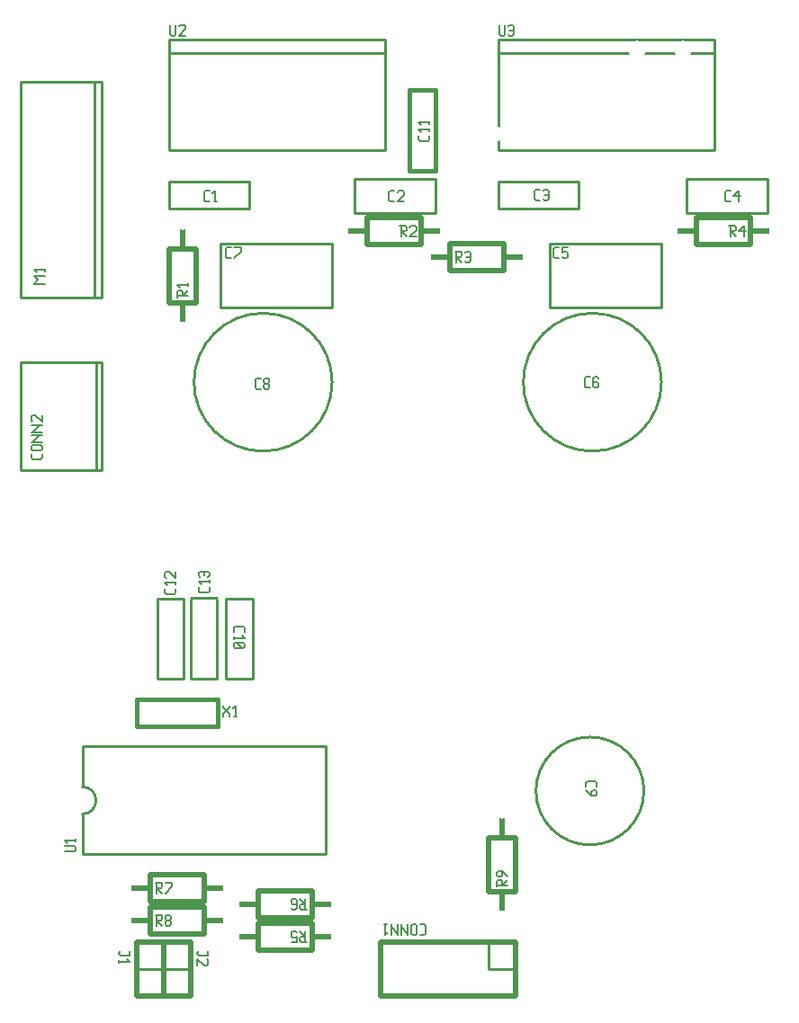
<source format=gbr>
G04 Title: (unknown), silkscreen, component side *
G04 Creator: pcb-bin 20050315 *
G04 CreationDate: Thu Jun  9 05:21:42 2005 UTC *
G04 For: alan *
G04 Format: Gerber/RS-274X *
G04 PCB-Dimensions: 300000 390000 *
G04 PCB-Coordinate-Origin: lower left *
%MOIN*%
%FSLAX24Y24*%
%IPPOS*%
%ADD11C,0.0250*%
%ADD12C,0.0450*%
%ADD13C,0.0850*%
%ADD14C,0.0700*%
%ADD15C,0.1100*%
%ADD16C,0.0750*%
%ADD17C,0.0810*%
%ADD18C,0.0870*%
%ADD19C,0.1850*%
%ADD20C,0.1270*%
%ADD21C,0.1030*%
%ADD22C,0.0690*%
%ADD23C,0.1470*%
%ADD24C,0.1630*%
%ADD25C,0.1770*%
%ADD26C,0.1400*%
%ADD27R,0.0700X0.0700*%
%ADD28C,0.1000X0.0700*%
%ADD29C,0.1000*%
%ADD30C,0.0100*%
%ADD31C,0.0080*%
%ADD32C,0.0150*%
%ADD33C,0.0210*%
%AMTHERM1*7,0,0,0.0900,0.0700,0.0210,45*%
%ADD34THERM1*%
%ADD35R,0.0600X0.0600*%
%ADD36C,0.0600*%
%ADD37C,0.0200*%
%ADD38R,0.0660X0.0660*%
%ADD39C,0.0660*%
%ADD40C,0.0900*%
%ADD41C,0.0900X0.0700*%
%ADD42R,0.0900X0.0900X0.0700X0.0700*%
%ADD43R,0.0900X0.0900*%
%AMTHERM2*7,0,0,0.0900,0.0600,0.0200,45*%
%ADD44THERM2*%
%AMTHERM3*7,0,0,0.0840,0.0700,0.0210,45*%
%ADD45THERM3*%
%ADD46C,0.0901*%
%ADD47C,0.0800*%
%ADD48C,0.1000X0.0800*%
%ADD49C,0.0128*%
%ADD50C,0.0084*%
%ADD51C,0.0650*%
%ADD52C,0.1700*%
%ADD53C,0.1080*%
%ADD54C,0.1080X0.0650*%
%ADD55C,0.0225*%
%AMTHERM4*7,0,0,0.0900,0.0650,0.0225,45*%
%ADD56THERM4*%
%ADD57C,0.0900X0.0650*%
%ADD58C,0.1060*%
%ADD59C,0.1060X0.0650*%
%ADD60C,0.1160*%
%ADD61C,0.1160X0.0650*%
%LNGROUP_1*%
%LPD*%
G01X0Y0D02*
G54D30*X22450Y5900D02*G75*G03X22450Y5900I0J2000D01*G01*
G04 Text: C9 *
G54D31*X22300Y8200D02*Y8050D01*
X22350Y8250D02*X22300Y8200D01*
X22350Y8250D02*X22650D01*
X22700Y8200D01*
Y8050D01*
X22300Y7929D02*X22500Y7729D01*
X22650D01*
X22700Y7779D02*X22650Y7729D01*
X22700Y7879D02*Y7779D01*
X22650Y7929D02*X22700Y7879D01*
X22550Y7929D02*X22650D01*
X22550D02*X22500Y7879D01*
Y7729D01*
G54D32*X5650Y11300D02*Y10300D01*
Y11300D02*X8650D01*
Y10300D01*
X5650D02*X8650D01*
G04 Text: X1 *
G54D31*X8850Y11050D02*Y11000D01*
X9100Y10750D01*
Y10650D01*
X8850Y10750D02*Y10650D01*
Y10750D02*X9100Y11000D01*
Y11050D02*Y11000D01*
X9270Y10650D02*X9370D01*
X9320Y11050D02*Y10650D01*
X9220Y10950D02*X9320Y11050D01*
G54D30*X8963Y12049D02*X9947D01*
X8963Y15041D02*Y12088D01*
Y15041D02*X9947D01*
Y12088D01*
G04 Text: C10 *
G54D31*X9250Y13950D02*Y13800D01*
X9300Y14000D02*X9250Y13950D01*
X9300Y14000D02*X9600D01*
X9650Y13950D01*
Y13800D01*
X9250Y13629D02*Y13529D01*
Y13579D02*X9650D01*
X9550Y13679D02*X9650Y13579D01*
X9300Y13409D02*X9250Y13359D01*
X9300Y13409D02*X9600D01*
X9650Y13359D01*
Y13259D01*
X9600Y13209D01*
X9300D02*X9600D01*
X9250Y13259D02*X9300Y13209D01*
X9250Y13359D02*Y13259D01*
X9350Y13409D02*X9550Y13209D01*
G54D37*X10150Y2000D02*X12150D01*
X10150Y3000D02*Y2000D01*
Y3000D02*X12150D01*
Y2000D01*
Y2500D02*X13150D01*
X9150D02*X10150D01*
G04 Text: R5 *
G54D31*X11750Y2300D02*X11950D01*
X11750D02*X11700Y2350D01*
Y2450D02*Y2350D01*
X11750Y2500D02*X11700Y2450D01*
X11750Y2500D02*X11900D01*
Y2700D02*Y2300D01*
Y2500D02*X11700Y2700D01*
X11379Y2300D02*X11579D01*
Y2500D02*Y2300D01*
Y2500D02*X11529Y2450D01*
X11429D02*X11529D01*
X11429D02*X11379Y2500D01*
Y2650D02*Y2500D01*
X11429Y2700D02*X11379Y2650D01*
X11429Y2700D02*X11529D01*
X11579Y2650D02*X11529Y2700D01*
G54D37*X6150Y3600D02*X8150D01*
Y2600D01*
X6150D02*X8150D01*
X6150Y3600D02*Y2600D01*
X5150Y3100D02*X6150D01*
X8150D02*X9150D01*
G04 Text: R8 *
G54D31*X6350Y3300D02*X6550D01*
X6600Y3250D01*
Y3150D01*
X6550Y3100D02*X6600Y3150D01*
X6400Y3100D02*X6550D01*
X6400Y3300D02*Y2900D01*
Y3100D02*X6600Y2900D01*
X6720Y2950D02*X6770Y2900D01*
X6720Y3050D02*Y2950D01*
Y3050D02*X6770Y3100D01*
X6870D01*
X6920Y3050D01*
Y2950D01*
X6870Y2900D02*X6920Y2950D01*
X6770Y2900D02*X6870D01*
X6720Y3150D02*X6770Y3100D01*
X6720Y3250D02*Y3150D01*
Y3250D02*X6770Y3300D01*
X6870D01*
X6920Y3250D01*
Y3150D01*
X6870Y3100D02*X6920Y3150D01*
G54D37*X6150Y4800D02*X8150D01*
Y3800D01*
X6150D02*X8150D01*
X6150Y4800D02*Y3800D01*
X5150Y4300D02*X6150D01*
X8150D02*X9150D01*
G04 Text: R7 *
G54D31*X6350Y4500D02*X6550D01*
X6600Y4450D01*
Y4350D01*
X6550Y4300D02*X6600Y4350D01*
X6400Y4300D02*X6550D01*
X6400Y4500D02*Y4100D01*
Y4300D02*X6600Y4100D01*
X6720D02*X6970Y4350D01*
Y4500D02*Y4350D01*
X6720Y4500D02*X6970D01*
G54D37*X6650Y2300D02*Y300D01*
X7650D01*
Y2300D01*
X6650D01*
G54D30*Y1300D02*X7650D01*
Y2300D01*
G04 Text: J2 *
G54D31*X8300Y1950D02*Y1800D01*
X7950D02*X8300D01*
X7900Y1850D02*X7950Y1800D01*
X7900Y1900D02*Y1850D01*
X7950Y1950D02*X7900Y1900D01*
X8250Y1679D02*X8300Y1629D01*
Y1479D01*
X8250Y1429D01*
X8150D02*X8250D01*
X7900Y1679D02*X8150Y1429D01*
X7900Y1679D02*Y1429D01*
G54D37*X10150Y3200D02*X12150D01*
X10150Y4200D02*Y3200D01*
Y4200D02*X12150D01*
Y3200D01*
Y3700D02*X13150D01*
X9150D02*X10150D01*
G04 Text: R6 *
G54D31*X11750Y3500D02*X11950D01*
X11750D02*X11700Y3550D01*
Y3650D02*Y3550D01*
X11750Y3700D02*X11700Y3650D01*
X11750Y3700D02*X11900D01*
Y3900D02*Y3500D01*
Y3700D02*X11700Y3900D01*
X11429Y3500D02*X11379Y3550D01*
X11429Y3500D02*X11529D01*
X11579Y3550D02*X11529Y3500D01*
X11579Y3850D02*Y3550D01*
Y3850D02*X11529Y3900D01*
X11429Y3700D02*X11379Y3750D01*
X11429Y3700D02*X11579D01*
X11429Y3900D02*X11529D01*
X11429D02*X11379Y3850D01*
Y3750D01*
G54D30*X3650Y5550D02*X12650D01*
Y9550D02*Y5550D01*
X3650Y9550D02*X12650D01*
X3650Y7050D02*Y5550D01*
Y9550D02*Y8050D01*
Y7050D02*G75*G03X3650Y8050I0J500D01*G01*
G04 Text: U1 *
G54D31*X3000Y5650D02*X3350D01*
X3400Y5700D01*
Y5800D02*Y5700D01*
Y5800D02*X3350Y5850D01*
X3000D02*X3350D01*
X3400Y6120D02*Y6020D01*
X3000Y6070D02*X3400D01*
X3100Y5970D02*X3000Y6070D01*
G54D30*X18700Y1300D02*X19700D01*
X18700Y2300D02*Y1300D01*
G54D37*X19700Y2300D02*Y300D01*
X14700D02*X19700D01*
X14700Y2300D02*Y300D01*
Y2300D02*X19700D01*
G04 Text: CONN1 *
G54D31*X16150Y2950D02*X16300D01*
X16350Y2900D02*X16300Y2950D01*
X16350Y2900D02*Y2600D01*
X16300Y2550D01*
X16150D02*X16300D01*
X16029Y2900D02*Y2600D01*
X15979Y2550D01*
X15879D02*X15979D01*
X15879D02*X15829Y2600D01*
Y2900D02*Y2600D01*
X15879Y2950D02*X15829Y2900D01*
X15879Y2950D02*X15979D01*
X16029Y2900D02*X15979Y2950D01*
X15709D02*Y2550D01*
Y2600D02*Y2550D01*
Y2600D02*X15459Y2850D01*
Y2950D02*Y2550D01*
X15339Y2950D02*Y2550D01*
Y2600D02*Y2550D01*
Y2600D02*X15089Y2850D01*
Y2950D02*Y2550D01*
X14819Y2950D02*X14919D01*
X14869D02*Y2550D01*
X14969Y2650D02*X14869Y2550D01*
G54D30*X7652Y15050D02*X8636D01*
Y15011D02*Y12058D01*
X7652D02*X8636D01*
X7652Y15011D02*Y12058D01*
G04 Text: C13 *
G54D31*X8350Y15450D02*Y15300D01*
X8300Y15250D02*X8350Y15300D01*
X8000Y15250D02*X8300D01*
X8000D02*X7950Y15300D01*
Y15450D02*Y15300D01*
X8350Y15720D02*Y15620D01*
X7950Y15670D02*X8350D01*
X8050Y15570D02*X7950Y15670D01*
X8000Y15840D02*X7950Y15890D01*
Y15990D02*Y15890D01*
Y15990D02*X8000Y16040D01*
X8300D01*
X8350Y15990D02*X8300Y16040D01*
X8350Y15990D02*Y15890D01*
X8300Y15840D02*X8350Y15890D01*
X8150Y16040D02*Y15890D01*
G54D37*X5650Y2300D02*Y300D01*
X6650D01*
Y2300D01*
X5650D01*
G54D30*Y1300D02*X6650D01*
Y2300D01*
G04 Text: J1 *
G54D31*X5400Y1950D02*Y1800D01*
X5050D02*X5400D01*
X5000Y1850D02*X5050Y1800D01*
X5000Y1900D02*Y1850D01*
X5050Y1950D02*X5000Y1900D01*
Y1629D02*Y1529D01*
Y1579D02*X5400D01*
X5300Y1679D02*X5400Y1579D01*
G54D30*X4150Y23800D02*Y19800D01*
X4350Y23800D02*Y19800D01*
X1350Y23800D02*Y19800D01*
X4350D01*
X1350Y23800D02*X4350D01*
G04 Text: CONN2 *
G54D31*X2150Y20400D02*Y20250D01*
X2100Y20200D02*X2150Y20250D01*
X1800Y20200D02*X2100D01*
X1800D02*X1750Y20250D01*
Y20400D02*Y20250D01*
X1800Y20520D02*X2100D01*
X1800D02*X1750Y20570D01*
Y20670D02*Y20570D01*
Y20670D02*X1800Y20720D01*
X2100D01*
X2150Y20670D02*X2100Y20720D01*
X2150Y20670D02*Y20570D01*
X2100Y20520D02*X2150Y20570D01*
X1750Y20840D02*X2150D01*
X1750D02*X1800D01*
X2050Y21090D01*
X1750D02*X2150D01*
X1750Y21210D02*X2150D01*
X1750D02*X1800D01*
X2050Y21460D01*
X1750D02*X2150D01*
X1800Y21580D02*X1750Y21630D01*
Y21780D02*Y21630D01*
Y21780D02*X1800Y21830D01*
X1900D01*
X2150Y21580D02*X1900Y21830D01*
X2150D02*Y21580D01*
G54D30*X12893Y28195D02*Y25833D01*
X8759Y28195D02*X12893D01*
X8759D02*Y25833D01*
X12893D01*
G04 Text: C7 *
G54D31*X9000Y27650D02*X9150D01*
X8950Y27700D02*X9000Y27650D01*
X8950Y28000D02*Y27700D01*
Y28000D02*X9000Y28050D01*
X9150D01*
X9270Y27650D02*X9520Y27900D01*
Y28050D02*Y27900D01*
X9270Y28050D02*X9520D01*
G54D30*X6849Y30486D02*Y29502D01*
X6888Y30486D02*X9841D01*
Y29502D01*
X6888D02*X9841D01*
G04 Text: C1 *
G54D31*X8200Y29750D02*X8350D01*
X8150Y29800D02*X8200Y29750D01*
X8150Y30100D02*Y29800D01*
Y30100D02*X8200Y30150D01*
X8350D01*
X8520Y29750D02*X8620D01*
X8570Y30150D02*Y29750D01*
X8470Y30050D02*X8570Y30150D01*
G54D32*X15752Y33900D02*X16736D01*
Y33861D02*Y30908D01*
X15752D02*X16736D01*
X15752Y33861D02*Y30908D01*
G04 Text: C11 *
G54D31*X16500Y32200D02*Y32050D01*
X16450Y32000D02*X16500Y32050D01*
X16150Y32000D02*X16450D01*
X16150D02*X16100Y32050D01*
Y32200D02*Y32050D01*
X16500Y32470D02*Y32370D01*
X16100Y32420D02*X16500D01*
X16200Y32320D02*X16100Y32420D01*
X16500Y32740D02*Y32640D01*
X16100Y32690D02*X16500D01*
X16200Y32590D02*X16100Y32690D01*
G54D30*X22541Y25618D02*G75*G03X19981Y23058I0J-2559D01*G01*
X22540Y20500D02*G75*G03X25100Y23059I0J2559D01*G01*
Y23059D02*G75*G03X22541Y25618I-2559J0D01*G01*
X19981Y23058D02*G75*G03X22540Y20500I2558J0D01*G01*
G04 Text: C6 *
G54D31*X22300Y22850D02*X22450D01*
X22250Y22900D02*X22300Y22850D01*
X22250Y23200D02*Y22900D01*
Y23200D02*X22300Y23250D01*
X22450D01*
X22720D02*X22770Y23200D01*
X22620Y23250D02*X22720D01*
X22570Y23200D02*X22620Y23250D01*
X22570Y23200D02*Y22900D01*
X22620Y22850D01*
X22720Y23050D02*X22770Y23000D01*
X22570Y23050D02*X22720D01*
X22620Y22850D02*X22720D01*
X22770Y22900D01*
Y23000D02*Y22900D01*
G54D37*X14200Y28150D02*X16200D01*
X14200Y29150D02*Y28150D01*
Y29150D02*X16200D01*
Y28150D01*
Y28650D02*X17200D01*
X13200D02*X14200D01*
G04 Text: R2 *
G54D31*X15400Y28850D02*X15600D01*
X15650Y28800D01*
Y28700D01*
X15600Y28650D02*X15650Y28700D01*
X15450Y28650D02*X15600D01*
X15450Y28850D02*Y28450D01*
Y28650D02*X15650Y28450D01*
X15770Y28800D02*X15820Y28850D01*
X15970D01*
X16020Y28800D01*
Y28700D01*
X15770Y28450D02*X16020Y28700D01*
X15770Y28450D02*X16020D01*
G54D30*X16735Y30581D02*Y29321D01*
X13742D02*X16735D01*
X13742Y30581D02*Y29321D01*
Y30581D02*X16735D01*
G04 Text: C2 *
G54D31*X15050Y29750D02*X15200D01*
X15000Y29800D02*X15050Y29750D01*
X15000Y30100D02*Y29800D01*
Y30100D02*X15050Y30150D01*
X15200D01*
X15320Y30100D02*X15370Y30150D01*
X15520D01*
X15570Y30100D01*
Y30000D01*
X15320Y29750D02*X15570Y30000D01*
X15320Y29750D02*X15570D01*
G54D30*X29035Y30581D02*Y29321D01*
X26042D02*X29035D01*
X26042Y30581D02*Y29321D01*
Y30581D02*X29035D01*
G04 Text: C4 *
G54D31*X27500Y29750D02*X27650D01*
X27450Y29800D02*X27500Y29750D01*
X27450Y30100D02*Y29800D01*
Y30100D02*X27500Y30150D01*
X27650D01*
X27770Y29950D02*X27970Y30150D01*
X27770Y29950D02*X28020D01*
X27970Y30150D02*Y29750D01*
G54D30*X10341Y25618D02*G75*G03X7781Y23058I0J-2559D01*G01*
X10340Y20500D02*G75*G03X12900Y23059I0J2559D01*G01*
Y23059D02*G75*G03X10341Y25618I-2559J0D01*G01*
X7781Y23058D02*G75*G03X10340Y20500I2558J0D01*G01*
G04 Text: C8 *
G54D31*X10100Y22800D02*X10250D01*
X10050Y22850D02*X10100Y22800D01*
X10050Y23150D02*Y22850D01*
Y23150D02*X10100Y23200D01*
X10250D01*
X10370Y22850D02*X10420Y22800D01*
X10370Y22950D02*Y22850D01*
Y22950D02*X10420Y23000D01*
X10520D01*
X10570Y22950D01*
Y22850D01*
X10520Y22800D02*X10570Y22850D01*
X10420Y22800D02*X10520D01*
X10370Y23050D02*X10420Y23000D01*
X10370Y23150D02*Y23050D01*
Y23150D02*X10420Y23200D01*
X10520D01*
X10570Y23150D01*
Y23050D01*
X10520Y23000D02*X10570Y23050D01*
G54D37*X26400Y28150D02*X28400D01*
X26400Y29150D02*Y28150D01*
Y29150D02*X28400D01*
Y28150D01*
Y28650D02*X29400D01*
X25400D02*X26400D01*
G04 Text: R4 *
G54D31*X27600Y28850D02*X27800D01*
X27850Y28800D01*
Y28700D01*
X27800Y28650D02*X27850Y28700D01*
X27650Y28650D02*X27800D01*
X27650Y28850D02*Y28450D01*
Y28650D02*X27850Y28450D01*
X27970Y28650D02*X28170Y28850D01*
X27970Y28650D02*X28220D01*
X28170Y28850D02*Y28450D01*
G54D37*X18700Y6150D02*Y4150D01*
Y6150D02*X19700D01*
Y4150D01*
X18700D02*X19700D01*
X19200D02*Y3150D01*
Y7150D02*Y6150D01*
G04 Text: R9 *
G54D31*X19000Y4550D02*Y4350D01*
Y4550D02*X19050Y4600D01*
X19150D01*
X19200Y4550D02*X19150Y4600D01*
X19200Y4550D02*Y4400D01*
X19000D02*X19400D01*
X19200D02*X19400Y4600D01*
Y4720D02*X19200Y4920D01*
X19050D02*X19200D01*
X19000Y4870D02*X19050Y4920D01*
X19000Y4870D02*Y4770D01*
X19050Y4720D02*X19000Y4770D01*
X19050Y4720D02*X19150D01*
X19200Y4770D01*
Y4920D02*Y4770D01*
G54D30*X19049Y30486D02*Y29502D01*
X19088Y30486D02*X22041D01*
Y29502D01*
X19088D02*X22041D01*
G04 Text: C3 *
G54D31*X20450Y29800D02*X20600D01*
X20400Y29850D02*X20450Y29800D01*
X20400Y30150D02*Y29850D01*
Y30150D02*X20450Y30200D01*
X20600D01*
X20720Y30150D02*X20770Y30200D01*
X20870D01*
X20920Y30150D01*
Y29850D01*
X20870Y29800D02*X20920Y29850D01*
X20770Y29800D02*X20870D01*
X20720Y29850D02*X20770Y29800D01*
Y30000D02*X20920D01*
G54D30*X1350Y34200D02*X4350D01*
X1350D02*Y26200D01*
X4350D01*
X4100Y34200D02*Y26200D01*
X4350Y34200D02*Y26200D01*
G04 Text: M1 *
G54D31*X1850Y26700D02*X2250D01*
X1850D02*X2000Y26850D01*
X1850Y27000D01*
X2250D01*
Y27270D02*Y27170D01*
X1850Y27220D02*X2250D01*
X1950Y27120D02*X1850Y27220D01*
G54D30*X25093Y28195D02*Y25833D01*
X20959Y28195D02*X25093D01*
X20959D02*Y25833D01*
X25093D01*
G04 Text: C5 *
G54D31*X21150Y27650D02*X21300D01*
X21100Y27700D02*X21150Y27650D01*
X21100Y28000D02*Y27700D01*
Y28000D02*X21150Y28050D01*
X21300D01*
X21420D02*X21620D01*
X21420D02*Y27850D01*
X21470Y27900D01*
X21570D01*
X21620Y27850D01*
Y27700D01*
X21570Y27650D02*X21620Y27700D01*
X21470Y27650D02*X21570D01*
X21420Y27700D02*X21470Y27650D01*
G54D30*X6413Y12049D02*X7397D01*
X6413Y15041D02*Y12088D01*
Y15041D02*X7397D01*
Y12088D01*
G04 Text: C12 *
G54D31*X7100Y15400D02*Y15250D01*
X7050Y15200D02*X7100Y15250D01*
X6750Y15200D02*X7050D01*
X6750D02*X6700Y15250D01*
Y15400D02*Y15250D01*
X7100Y15670D02*Y15570D01*
X6700Y15620D02*X7100D01*
X6800Y15520D02*X6700Y15620D01*
X6750Y15790D02*X6700Y15840D01*
Y15990D02*Y15840D01*
Y15990D02*X6750Y16040D01*
X6850D01*
X7100Y15790D02*X6850Y16040D01*
X7100D02*Y15790D01*
G54D30*X6850Y35250D02*X14850D01*
Y35750D02*Y31650D01*
X6850Y35750D02*X14850D01*
X6850D02*Y31650D01*
X14850D01*
G04 Text: U2 *
G54D31*X6900Y36300D02*Y35950D01*
X6950Y35900D01*
X7050D01*
X7100Y35950D01*
Y36300D02*Y35950D01*
X7220Y36250D02*X7270Y36300D01*
X7420D01*
X7470Y36250D01*
Y36150D01*
X7220Y35900D02*X7470Y36150D01*
X7220Y35900D02*X7470D01*
G54D37*X17250Y28200D02*X19250D01*
Y27200D01*
X17250D02*X19250D01*
X17250Y28200D02*Y27200D01*
X16250Y27700D02*X17250D01*
X19250D02*X20250D01*
G04 Text: R3 *
G54D31*X17450Y27900D02*X17650D01*
X17700Y27850D01*
Y27750D01*
X17650Y27700D02*X17700Y27750D01*
X17500Y27700D02*X17650D01*
X17500Y27900D02*Y27500D01*
Y27700D02*X17700Y27500D01*
X17820Y27850D02*X17870Y27900D01*
X17970D01*
X18020Y27850D01*
Y27550D01*
X17970Y27500D02*X18020Y27550D01*
X17870Y27500D02*X17970D01*
X17820Y27550D02*X17870Y27500D01*
Y27700D02*X18020D01*
G54D37*X7350Y29000D02*Y28000D01*
Y26000D02*Y25000D01*
X6850Y26000D02*X7850D01*
Y28000D02*Y26000D01*
X6850Y28000D02*X7850D01*
X6850D02*Y26000D01*
G04 Text: R1 *
G54D31*X7150Y26400D02*Y26200D01*
Y26400D02*X7200Y26450D01*
X7300D01*
X7350Y26400D02*X7300Y26450D01*
X7350Y26400D02*Y26250D01*
X7150D02*X7550D01*
X7350D02*X7550Y26450D01*
Y26720D02*Y26620D01*
X7150Y26670D02*X7550D01*
X7250Y26570D02*X7150Y26670D01*
G54D30*X19050Y35250D02*X27050D01*
Y35750D02*Y31650D01*
X19050Y35750D02*X27050D01*
X19050D02*Y31650D01*
X27050D01*
G04 Text: U3 *
G54D31*X19100Y36300D02*Y35950D01*
X19150Y35900D01*
X19250D01*
X19300Y35950D01*
Y36300D02*Y35950D01*
X19420Y36250D02*X19470Y36300D01*
X19570D01*
X19620Y36250D01*
Y35950D01*
X19570Y35900D02*X19620Y35950D01*
X19470Y35900D02*X19570D01*
X19420Y35950D02*X19470Y35900D01*
Y36100D02*X19620D01*
%LNCUTS*%
%LPC*%
G54D35*X13150Y2500D03*
G54D36*X9150D03*
G54D35*X5150Y3100D03*
G54D36*X9150D03*
G54D35*X5150Y4300D03*
G54D36*X9150D03*
G54D35*X13150Y3700D03*
G54D36*X9150D03*
G54D35*X17200Y28650D03*
G54D36*X13200D03*
G54D35*X29400D03*
G54D36*X25400D03*
G54D35*X19200Y3150D03*
G54D36*Y7150D03*
G54D40*X2736Y27231D03*
G54D35*X16250Y27700D03*
G54D36*X20250D03*
G54D35*X7350Y25000D03*
G54D36*Y29000D03*
G54D51*X25900Y35400D03*
X18900Y32250D03*
X24200Y35400D03*
M02*

</source>
